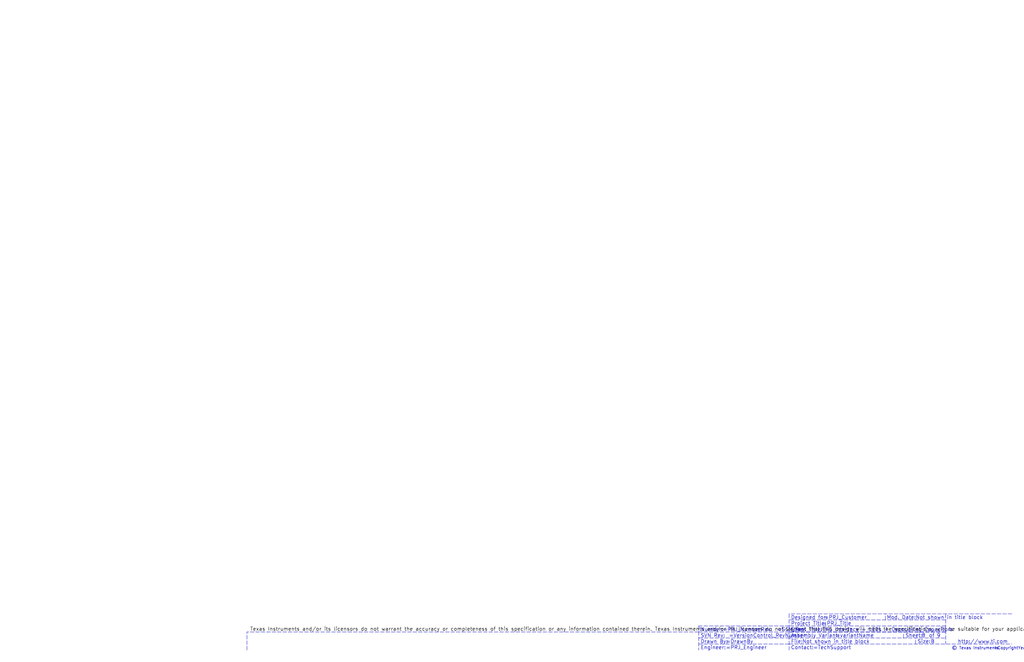
<source format=kicad_sch>
(kicad_sch (version 20210406) (generator eeschema)

  (uuid daef1c95-b7e9-400e-ba61-87cf63454715)

  (paper "B")

  (title_block
    (title "Pg8.JTAG Interface + LEDs + Decoupling Capacitors-SchDoc")
    (date "29 01 2021")
  )

  (lib_symbols
  )


  (polyline (pts (xy 104.14 274.32) (xy 104.14 266.7))
    (stroke (width 0) (type dash) (color 0 0 0 0))
    (uuid 1f1e7b3b-ed8c-45d6-92ae-d9dc04234298)
  )
  (polyline (pts (xy 294.64 264.16) (xy 294.64 274.32))
    (stroke (width 0) (type dash) (color 0 0 0 0))
    (uuid 3b94bac7-1cb4-4829-907d-a1443bedbede)
  )
  (polyline (pts (xy 294.64 266.7) (xy 104.14 266.7))
    (stroke (width 0) (type dash) (color 0 0 0 0))
    (uuid 0123b407-c8bb-4a12-9703-1b9242073ae3)
  )
  (polyline (pts (xy 294.64 269.24) (xy 332.74 269.24))
    (stroke (width 0) (type dash) (color 0 0 0 0))
    (uuid bd64a570-5ebc-4c27-8ff4-48d606285421)
  )
  (polyline (pts (xy 320.04 266.7) (xy 320.04 264.16))
    (stroke (width 0) (type dash) (color 0 0 0 0))
    (uuid 6635c8a6-f799-468c-94f1-827a61301b37)
  )
  (polyline (pts (xy 332.74 259.08) (xy 332.74 274.32))
    (stroke (width 0) (type dash) (color 0 0 0 0))
    (uuid 461d5a63-449c-47e3-b8f2-9b74ba7c31a9)
  )
  (polyline (pts (xy 332.74 264.16) (xy 294.64 264.16))
    (stroke (width 0) (type dash) (color 0 0 0 0))
    (uuid 21c4e49b-f972-4320-99e6-ae7857676ca7)
  )
  (polyline (pts (xy 332.74 266.7) (xy 294.64 266.7))
    (stroke (width 0) (type dash) (color 0 0 0 0))
    (uuid 94c219fc-5d2e-49da-8ac6-4a4e6705dd72)
  )
  (polyline (pts (xy 332.74 269.24) (xy 398.78 269.24))
    (stroke (width 0) (type dash) (color 0 0 0 0))
    (uuid c694c48e-4dcf-4e8f-9eef-dccc2a4e8c75)
  )
  (polyline (pts (xy 332.74 271.78) (xy 294.64 271.78))
    (stroke (width 0) (type dash) (color 0 0 0 0))
    (uuid bf935d1e-8d49-4f74-b8e5-3e561fd2e2a7)
  )
  (polyline (pts (xy 332.74 271.78) (xy 426.72 271.78))
    (stroke (width 0) (type dash) (color 0 0 0 0))
    (uuid 55cbb56c-3ddc-46f1-ac7b-b108b73a6a9a)
  )
  (polyline (pts (xy 373.38 261.62) (xy 373.38 259.08))
    (stroke (width 0) (type dash) (color 0 0 0 0))
    (uuid c875f6e6-3ff8-41b3-a0a4-1120fe05c175)
  )
  (polyline (pts (xy 381 269.24) (xy 381 266.7))
    (stroke (width 0) (type dash) (color 0 0 0 0))
    (uuid 5c34b2e7-85f5-49d8-85b7-9135c21fc540)
  )
  (polyline (pts (xy 386.08 271.78) (xy 386.08 269.24))
    (stroke (width 0) (type dash) (color 0 0 0 0))
    (uuid 3724a305-c8e4-4c52-bb49-af4cb34f7528)
  )
  (polyline (pts (xy 398.78 259.08) (xy 398.78 271.78))
    (stroke (width 0) (type dash) (color 0 0 0 0))
    (uuid 1586e863-015e-4416-8ce7-5ce066cde3cf)
  )
  (polyline (pts (xy 398.78 261.62) (xy 332.74 261.62))
    (stroke (width 0) (type dash) (color 0 0 0 0))
    (uuid eb82a609-2576-4824-9710-35e264e04a74)
  )
  (polyline (pts (xy 398.78 264.16) (xy 332.74 264.16))
    (stroke (width 0) (type dash) (color 0 0 0 0))
    (uuid 0aac7121-dce0-4ae6-ba63-28c09746509c)
  )
  (polyline (pts (xy 398.78 266.7) (xy 332.74 266.7))
    (stroke (width 0) (type dash) (color 0 0 0 0))
    (uuid 28af2005-0619-44da-bdf8-2f2d023aa519)
  )
  (polyline (pts (xy 398.78 266.7) (xy 332.74 266.7))
    (stroke (width 0) (type dash) (color 0 0 0 0))
    (uuid a370e865-4e9e-4a0c-9541-1fb75431b428)
  )
  (polyline (pts (xy 426.72 259.08) (xy 332.74 259.08))
    (stroke (width 0) (type dash) (color 0 0 0 0))
    (uuid cfe71b0c-7222-427d-9d57-aeb2cbbcf02f)
  )

  (text "Number:" (at 295.402 266.7 0)
    (effects (font (size 1.524 1.524)) (justify left bottom))
    (uuid 383f550c-d62d-4a2f-8a6c-7ab922bdc3e7)
  )
  (text "SVN Rev:" (at 295.402 269.24 0)
    (effects (font (size 1.524 1.524)) (justify left bottom))
    (uuid 4d0b8cc7-d7c4-4ad1-8c9b-7f840d175fe1)
  )
  (text "Drawn By:" (at 295.402 271.78 0)
    (effects (font (size 1.524 1.524)) (justify left bottom))
    (uuid d06c69fe-af6a-48b1-911a-820961adcba5)
  )
  (text "Engineer:" (at 295.402 274.32 0)
    (effects (font (size 1.524 1.524)) (justify left bottom))
    (uuid 83d67e23-9132-4e69-b62c-1759849235d1)
  )
  (text "=PRJ_Number" (at 304.8 266.7 0)
    (effects (font (size 1.524 1.524)) (justify left bottom))
    (uuid 1c8c3142-3d1a-463e-978e-e6f688225176)
  )
  (text "=DrawnBy" (at 306.07 271.78 0)
    (effects (font (size 1.524 1.524)) (justify left bottom))
    (uuid f942cfe3-7ac8-44a2-907e-fc2e0c1e7394)
  )
  (text "=PRJ_Engineer" (at 306.07 274.32 0)
    (effects (font (size 1.524 1.524)) (justify left bottom))
    (uuid a087d4c5-c819-482a-8834-f06dd32fda26)
  )
  (text "=VersionControl_RevNumber" (at 307.34 269.24 0)
    (effects (font (size 1.524 1.524)) (justify left bottom))
    (uuid ba612aa8-db49-4c22-92a2-d82fe7bf4f97)
  )
  (text "Rev:" (at 320.802 266.7 0)
    (effects (font (size 1.524 1.524)) (justify left bottom))
    (uuid d2927f79-4e88-4115-9ce1-a52dde654926)
  )
  (text "=SCH_Rev" (at 327.66 266.7 0)
    (effects (font (size 1.524 1.524)) (justify left bottom))
    (uuid 40baacd2-1a5b-4b61-9417-103852e41689)
  )
  (text "Designed for:" (at 333.502 261.62 0)
    (effects (font (size 1.524 1.524)) (justify left bottom))
    (uuid 6e6fb4b4-0910-44c3-b2a3-a790d6e1ee98)
  )
  (text "Project Title:" (at 333.502 264.16 0)
    (effects (font (size 1.524 1.524)) (justify left bottom))
    (uuid 1f2c10b9-3890-4cfb-9f6a-af0d0bf2b40d)
  )
  (text "Sheet Title:" (at 333.502 266.7 0)
    (effects (font (size 1.524 1.524)) (justify left bottom))
    (uuid 7319aaa4-f37a-4025-afdf-28b5a20e1cab)
  )
  (text "Assembly Variant:" (at 333.502 269.24 0)
    (effects (font (size 1.524 1.524)) (justify left bottom))
    (uuid a1361cee-50fa-4459-90cb-88c995cbfd98)
  )
  (text "File:" (at 333.502 271.78 0)
    (effects (font (size 1.524 1.524)) (justify left bottom))
    (uuid 4e5d06d8-bcad-46f5-a944-d10446251e7b)
  )
  (text "Contact:" (at 333.502 274.32 0)
    (effects (font (size 1.524 1.524)) (justify left bottom))
    (uuid 338ceee0-f744-4100-8806-5e84c7fab5a9)
  )
  (text "Not shown in title block" (at 338.328 271.78 0)
    (effects (font (size 1.524 1.524)) (justify left bottom))
    (uuid 15e14c1e-fe22-47a9-92ee-469f2e003d86)
  )
  (text "=TechSupport" (at 342.9 274.32 0)
    (effects (font (size 1.524 1.524)) (justify left bottom))
    (uuid fb526473-adb8-4439-901f-195fd23e3105)
  )
  (text "JTAG Interface + LEDs + Decoupling Capacitors" (at 345.694 266.7 0)
    (effects (font (size 1.524 1.524)) (justify left bottom))
    (uuid 50d7e45b-36c8-4b53-99e4-784c802912d6)
  )
  (text "=PRJ_Title" (at 346.71 264.16 0)
    (effects (font (size 1.524 1.524)) (justify left bottom))
    (uuid 00c0c97d-e07d-4c8a-a829-7cffacaf70e9)
  )
  (text "=PRJ_Customer" (at 347.472 261.62 0)
    (effects (font (size 1.524 1.524)) (justify left bottom))
    (uuid 6c08a62d-81fe-40ae-bca0-9821d3deabaa)
  )
  (text "=variantName" (at 352.298 269.24 0)
    (effects (font (size 1.524 1.524)) (justify left bottom))
    (uuid 24326ce9-2832-4ce5-8d28-342748798f8e)
  )
  (text "Mod. Date:" (at 373.888 261.62 0)
    (effects (font (size 1.524 1.524)) (justify left bottom))
    (uuid 8fc2b448-a572-4659-90dd-bc72fbe0a0cf)
  )
  (text "Sheet:" (at 381.762 269.24 0)
    (effects (font (size 1.524 1.524)) (justify left bottom))
    (uuid a1f17d12-0dc3-4382-8fe1-e44abb8ed72a)
  )
  (text "Not shown in title block" (at 386.08 261.62 0)
    (effects (font (size 1.524 1.524)) (justify left bottom))
    (uuid ac828920-2738-4811-b6be-ad05c22a1dfe)
  )
  (text "Size:" (at 386.842 271.78 0)
    (effects (font (size 1.524 1.524)) (justify left bottom))
    (uuid abacb9fb-12a4-4772-87bf-b7c31196aab0)
  )
  (text "8" (at 388.62 269.24 0)
    (effects (font (size 1.524 1.524)) (justify left bottom))
    (uuid 8bb2792a-e98e-4202-89e4-91a697521fde)
  )
  (text "of" (at 391.668 269.24 0)
    (effects (font (size 1.524 1.524)) (justify left bottom))
    (uuid f9d18837-da6e-495d-9215-bb50e0ddb351)
  )
  (text "B" (at 392.43 271.78 0)
    (effects (font (size 1.524 1.524)) (justify left bottom))
    (uuid 261635f2-508a-464e-aac1-3289b7340ca8)
  )
  (text "9" (at 394.97 269.24 0)
    (effects (font (size 1.524 1.524)) (justify left bottom))
    (uuid efab184a-d28c-4758-9d86-90d0efc08094)
  )
  (text "© Texas Instruments" (at 401.32 274.32 0)
    (effects (font (size 1.2192 1.2192)) (justify left bottom))
    (uuid 9473173a-9c25-4fa7-ad77-ee4ce7e01ff3)
  )
  (text "http://www.ti.com" (at 403.86 271.78 0)
    (effects (font (size 1.524 1.524)) (justify left bottom))
    (uuid 16385a65-3c6c-4d6b-99f8-38f95c173360)
  )
  (text "=CopyrightYear" (at 419.1 274.32 0)
    (effects (font (size 1.2192 1.2192)) (justify left bottom))
    (uuid ea460f63-41b9-4058-b536-172f87699fe5)
  )

  (label "Texas Instruments and/or its licensors do not warrant the accuracy or completeness of this specification or any information contained therein. Texas Instruments and/or its licensors do not warrant that this design will meet the specifications, will be suitable for your application or fit for any particular purpose, or will operate in an implementation. Texas Instruments and/or its licensors do not warrant that the design is production worthy. You should completely validate and test your design implementation to confirm the system functionality for your application."
    (at 105.41 266.7 0)
    (effects (font (size 1.524 1.524)) (justify left bottom))
    (uuid 6493176f-f465-417d-998c-b8a7d9dbf7a6)
  )

  (sheet_instances
    (path "/" (page "1"))
  )

  (symbol_instances
  )
)

</source>
